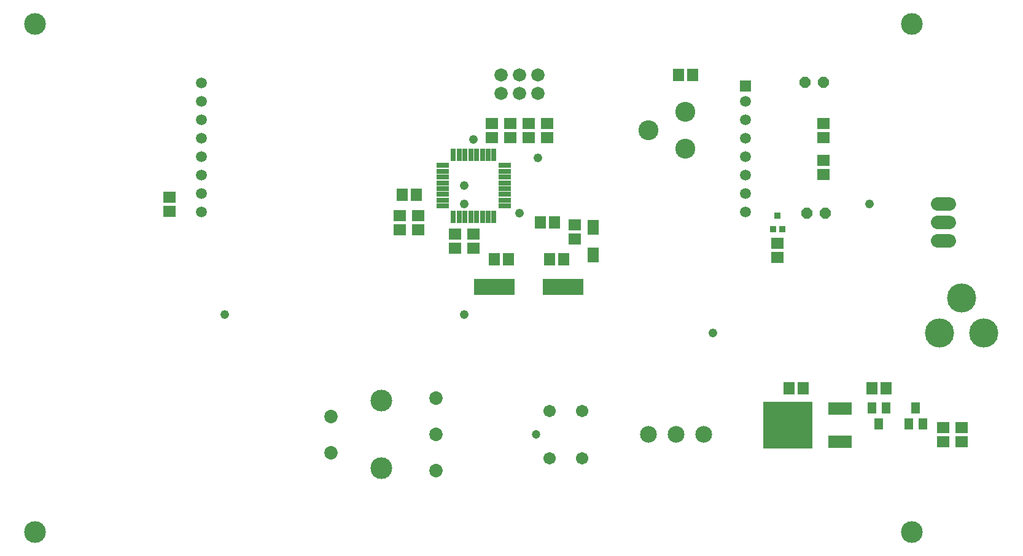
<source format=gts>
G75*
%MOIN*%
%OFA0B0*%
%FSLAX24Y24*%
%IPPOS*%
%LPD*%
%AMOC8*
5,1,8,0,0,1.08239X$1,22.5*
%
%ADD10C,0.0595*%
%ADD11R,0.0595X0.0595*%
%ADD12R,0.0257X0.0671*%
%ADD13R,0.0671X0.0257*%
%ADD14C,0.0725*%
%ADD15C,0.0730*%
%ADD16C,0.1182*%
%ADD17C,0.0674*%
%ADD18C,0.0474*%
%ADD19C,0.1080*%
%ADD20C,0.0720*%
%ADD21R,0.0671X0.0592*%
%ADD22R,0.0474X0.0631*%
%ADD23R,0.0592X0.0671*%
%ADD24R,0.1261X0.0710*%
%ADD25R,0.2678X0.2521*%
%ADD26R,0.2245X0.0867*%
%ADD27OC8,0.0600*%
%ADD28R,0.0356X0.0356*%
%ADD29C,0.1582*%
%ADD30R,0.0631X0.0800*%
%ADD31C,0.0476*%
%ADD32C,0.0907*%
D10*
X036503Y031880D03*
X036503Y032880D03*
X036503Y033880D03*
X036503Y034880D03*
X036503Y035880D03*
X036503Y036880D03*
X036503Y037880D03*
X036503Y038880D03*
X066030Y037880D03*
X066030Y036880D03*
X066030Y035880D03*
X066030Y034880D03*
X066030Y033880D03*
X066030Y032880D03*
X066030Y031880D03*
D11*
X066030Y038726D03*
D12*
X052369Y034990D03*
X052054Y034990D03*
X051739Y034990D03*
X051424Y034990D03*
X051109Y034990D03*
X050794Y034990D03*
X050479Y034990D03*
X050164Y034990D03*
X050164Y031610D03*
X050479Y031610D03*
X050794Y031610D03*
X051109Y031610D03*
X051424Y031610D03*
X051739Y031610D03*
X052054Y031610D03*
X052369Y031610D03*
D13*
X052957Y032198D03*
X052957Y032513D03*
X052957Y032828D03*
X052957Y033143D03*
X052957Y033457D03*
X052957Y033772D03*
X052957Y034087D03*
X052957Y034402D03*
X049577Y034402D03*
X049577Y034087D03*
X049577Y033772D03*
X049577Y033457D03*
X049577Y033143D03*
X049577Y032828D03*
X049577Y032513D03*
X049577Y032198D03*
D14*
X076444Y032300D02*
X077089Y032300D01*
X077089Y031300D02*
X076444Y031300D01*
X076444Y030300D02*
X077089Y030300D01*
D15*
X049219Y021769D03*
X049219Y019800D03*
X049219Y017831D03*
X043511Y018816D03*
X043511Y020784D03*
D16*
X027467Y014520D03*
X046267Y017969D03*
X046267Y021631D03*
X075067Y014520D03*
X075067Y042080D03*
X027467Y042080D03*
D17*
X055381Y021080D03*
X057152Y021080D03*
X057152Y018520D03*
X055381Y018520D03*
D18*
X054656Y019800D03*
D19*
X062767Y035300D03*
X060767Y036300D03*
X062767Y037300D03*
D20*
X054767Y038300D03*
X053767Y038300D03*
X052767Y038300D03*
X052767Y039300D03*
X053767Y039300D03*
X054767Y039300D03*
D21*
X055267Y036674D03*
X055267Y035926D03*
X054267Y035926D03*
X054267Y036674D03*
X053267Y036674D03*
X053267Y035926D03*
X052267Y035926D03*
X052267Y036674D03*
X048267Y031674D03*
X047267Y031674D03*
X047267Y030926D03*
X048267Y030926D03*
X050267Y030674D03*
X051267Y030674D03*
X051267Y029926D03*
X050267Y029926D03*
X056767Y030426D03*
X056767Y031174D03*
X067767Y030174D03*
X067767Y029426D03*
X070267Y033926D03*
X070267Y034674D03*
X070267Y035926D03*
X070267Y036674D03*
X076767Y020174D03*
X076767Y019426D03*
X077767Y019426D03*
X077767Y020174D03*
X034767Y031926D03*
X034767Y032674D03*
D22*
X072893Y021233D03*
X073641Y021233D03*
X073267Y020367D03*
X074893Y020367D03*
X075641Y020367D03*
X075267Y021233D03*
D23*
X073641Y022300D03*
X072893Y022300D03*
X069141Y022300D03*
X068393Y022300D03*
X056141Y029300D03*
X055393Y029300D03*
X053141Y029300D03*
X052393Y029300D03*
X054893Y031300D03*
X055641Y031300D03*
X048141Y032800D03*
X047393Y032800D03*
X062393Y039300D03*
X063141Y039300D03*
D24*
X071156Y021198D03*
X071156Y019402D03*
D25*
X068330Y020300D03*
D26*
X056137Y027800D03*
X052397Y027800D03*
D27*
X069367Y031820D03*
X070367Y031820D03*
X070247Y038900D03*
X069247Y038900D03*
D28*
X067767Y031664D03*
X068023Y030936D03*
X067511Y030936D03*
D29*
X077767Y027200D03*
X078967Y025300D03*
X076567Y025300D03*
D30*
X057767Y029552D03*
X057767Y031048D03*
D31*
X053767Y031800D03*
X050767Y032300D03*
X050767Y033300D03*
X054767Y034800D03*
X051267Y035800D03*
X050767Y026300D03*
X037767Y026300D03*
X064267Y025300D03*
X072767Y032300D03*
D32*
X063767Y019800D03*
X062267Y019800D03*
X060767Y019800D03*
M02*

</source>
